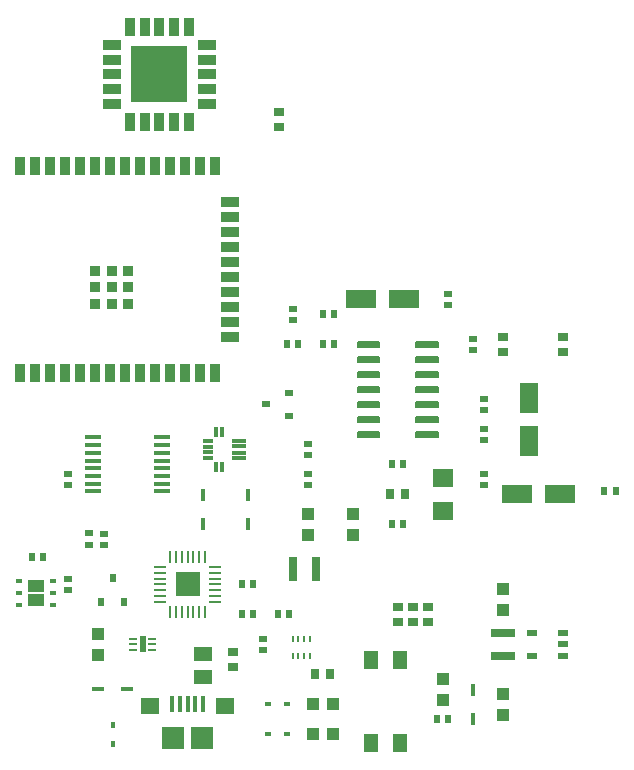
<source format=gbr>
G04 EAGLE Gerber RS-274X export*
G75*
%MOMM*%
%FSLAX34Y34*%
%LPD*%
%INSolderpaste Top*%
%IPPOS*%
%AMOC8*
5,1,8,0,0,1.08239X$1,22.5*%
G01*
%ADD10C,0.150000*%
%ADD11R,1.300000X0.400000*%
%ADD12R,0.300000X0.850000*%
%ADD13R,0.850000X0.300000*%
%ADD14R,1.473200X0.355600*%
%ADD15R,0.800000X0.600000*%
%ADD16R,0.600000X0.800000*%
%ADD17R,0.900000X1.500000*%
%ADD18R,1.500000X0.900000*%
%ADD19R,0.900000X0.900000*%
%ADD20R,1.498600X0.812800*%
%ADD21R,0.812800X1.498600*%
%ADD22R,4.800600X4.800600*%
%ADD23R,0.876300X0.508000*%
%ADD24R,0.460000X1.040000*%
%ADD25R,0.700000X0.600000*%
%ADD26R,0.600000X0.700000*%
%ADD27R,0.700000X0.900000*%
%ADD28R,0.900000X0.700000*%
%ADD29R,1.100000X1.000000*%
%ADD30R,1.000000X1.100000*%
%ADD31R,1.800000X1.600000*%
%ADD32R,2.006600X0.800000*%
%ADD33R,0.800000X2.006600*%
%ADD34R,0.406400X1.346200*%
%ADD35R,1.600200X1.397000*%
%ADD36R,1.905000X1.905000*%
%ADD37R,0.250000X0.500000*%
%ADD38R,2.055481X2.055481*%
%ADD39R,0.270000X0.990000*%
%ADD40R,0.990000X0.270000*%
%ADD41R,1.040000X0.460000*%
%ADD42R,1.500000X1.300000*%
%ADD43R,1.300000X1.500000*%
%ADD44R,0.355600X0.508000*%
%ADD45R,0.508000X0.355600*%
%ADD46R,2.600000X1.600000*%
%ADD47R,1.600000X2.600000*%
%ADD48R,0.711200X0.254000*%
%ADD49R,0.558800X1.320800*%
%ADD50R,0.600000X0.400000*%

G36*
X164205Y593076D02*
X164205Y593076D01*
X164207Y593075D01*
X164250Y593095D01*
X164294Y593113D01*
X164294Y593115D01*
X164296Y593116D01*
X164329Y593201D01*
X164329Y607203D01*
X164328Y607205D01*
X164329Y607207D01*
X164309Y607250D01*
X164291Y607294D01*
X164289Y607294D01*
X164288Y607296D01*
X164203Y607329D01*
X150201Y607329D01*
X150199Y607328D01*
X150197Y607329D01*
X150154Y607309D01*
X150110Y607291D01*
X150110Y607289D01*
X150108Y607288D01*
X150075Y607203D01*
X150075Y593201D01*
X150076Y593199D01*
X150075Y593197D01*
X150095Y593154D01*
X150113Y593110D01*
X150115Y593110D01*
X150116Y593108D01*
X150201Y593075D01*
X164203Y593075D01*
X164205Y593076D01*
G37*
G36*
X132201Y593076D02*
X132201Y593076D01*
X132203Y593075D01*
X132246Y593095D01*
X132290Y593113D01*
X132290Y593115D01*
X132292Y593116D01*
X132325Y593201D01*
X132325Y607203D01*
X132324Y607205D01*
X132325Y607207D01*
X132305Y607250D01*
X132287Y607294D01*
X132285Y607294D01*
X132284Y607296D01*
X132199Y607329D01*
X118197Y607329D01*
X118195Y607328D01*
X118193Y607329D01*
X118150Y607309D01*
X118106Y607291D01*
X118106Y607289D01*
X118104Y607288D01*
X118071Y607203D01*
X118071Y593201D01*
X118072Y593199D01*
X118071Y593197D01*
X118091Y593154D01*
X118109Y593110D01*
X118111Y593110D01*
X118112Y593108D01*
X118197Y593075D01*
X132199Y593075D01*
X132201Y593076D01*
G37*
G36*
X148203Y593076D02*
X148203Y593076D01*
X148205Y593075D01*
X148248Y593095D01*
X148292Y593113D01*
X148292Y593115D01*
X148294Y593116D01*
X148327Y593201D01*
X148327Y607203D01*
X148326Y607205D01*
X148327Y607207D01*
X148307Y607250D01*
X148289Y607294D01*
X148287Y607294D01*
X148286Y607296D01*
X148201Y607329D01*
X134199Y607329D01*
X134197Y607328D01*
X134195Y607329D01*
X134152Y607309D01*
X134108Y607291D01*
X134108Y607289D01*
X134106Y607288D01*
X134073Y607203D01*
X134073Y593201D01*
X134074Y593199D01*
X134073Y593197D01*
X134093Y593154D01*
X134111Y593110D01*
X134113Y593110D01*
X134114Y593108D01*
X134199Y593075D01*
X148201Y593075D01*
X148203Y593076D01*
G37*
G36*
X164205Y577074D02*
X164205Y577074D01*
X164207Y577073D01*
X164250Y577093D01*
X164294Y577111D01*
X164294Y577113D01*
X164296Y577114D01*
X164329Y577199D01*
X164329Y591201D01*
X164328Y591203D01*
X164329Y591205D01*
X164309Y591248D01*
X164291Y591292D01*
X164289Y591292D01*
X164288Y591294D01*
X164203Y591327D01*
X150201Y591327D01*
X150199Y591326D01*
X150197Y591327D01*
X150154Y591307D01*
X150110Y591289D01*
X150110Y591287D01*
X150108Y591286D01*
X150075Y591201D01*
X150075Y577199D01*
X150076Y577197D01*
X150075Y577195D01*
X150095Y577152D01*
X150113Y577108D01*
X150115Y577108D01*
X150116Y577106D01*
X150201Y577073D01*
X164203Y577073D01*
X164205Y577074D01*
G37*
G36*
X148203Y577074D02*
X148203Y577074D01*
X148205Y577073D01*
X148248Y577093D01*
X148292Y577111D01*
X148292Y577113D01*
X148294Y577114D01*
X148327Y577199D01*
X148327Y591201D01*
X148326Y591203D01*
X148327Y591205D01*
X148307Y591248D01*
X148289Y591292D01*
X148287Y591292D01*
X148286Y591294D01*
X148201Y591327D01*
X134199Y591327D01*
X134197Y591326D01*
X134195Y591327D01*
X134152Y591307D01*
X134108Y591289D01*
X134108Y591287D01*
X134106Y591286D01*
X134073Y591201D01*
X134073Y577199D01*
X134074Y577197D01*
X134073Y577195D01*
X134093Y577152D01*
X134111Y577108D01*
X134113Y577108D01*
X134114Y577106D01*
X134199Y577073D01*
X148201Y577073D01*
X148203Y577074D01*
G37*
G36*
X132201Y577074D02*
X132201Y577074D01*
X132203Y577073D01*
X132246Y577093D01*
X132290Y577111D01*
X132290Y577113D01*
X132292Y577114D01*
X132325Y577199D01*
X132325Y591201D01*
X132324Y591203D01*
X132325Y591205D01*
X132305Y591248D01*
X132287Y591292D01*
X132285Y591292D01*
X132284Y591294D01*
X132199Y591327D01*
X118197Y591327D01*
X118195Y591326D01*
X118193Y591327D01*
X118150Y591307D01*
X118106Y591289D01*
X118106Y591287D01*
X118104Y591286D01*
X118071Y591201D01*
X118071Y577199D01*
X118072Y577197D01*
X118071Y577195D01*
X118091Y577152D01*
X118109Y577108D01*
X118111Y577108D01*
X118112Y577106D01*
X118197Y577073D01*
X132199Y577073D01*
X132201Y577074D01*
G37*
G36*
X148203Y561072D02*
X148203Y561072D01*
X148205Y561071D01*
X148248Y561091D01*
X148292Y561109D01*
X148292Y561111D01*
X148294Y561112D01*
X148327Y561197D01*
X148327Y575199D01*
X148326Y575201D01*
X148327Y575203D01*
X148307Y575246D01*
X148289Y575290D01*
X148287Y575290D01*
X148286Y575292D01*
X148201Y575325D01*
X134199Y575325D01*
X134197Y575324D01*
X134195Y575325D01*
X134152Y575305D01*
X134108Y575287D01*
X134108Y575285D01*
X134106Y575284D01*
X134073Y575199D01*
X134073Y561197D01*
X134074Y561195D01*
X134073Y561193D01*
X134093Y561150D01*
X134111Y561106D01*
X134113Y561106D01*
X134114Y561104D01*
X134199Y561071D01*
X148201Y561071D01*
X148203Y561072D01*
G37*
G36*
X132201Y561072D02*
X132201Y561072D01*
X132203Y561071D01*
X132246Y561091D01*
X132290Y561109D01*
X132290Y561111D01*
X132292Y561112D01*
X132325Y561197D01*
X132325Y575199D01*
X132324Y575201D01*
X132325Y575203D01*
X132305Y575246D01*
X132287Y575290D01*
X132285Y575290D01*
X132284Y575292D01*
X132199Y575325D01*
X118197Y575325D01*
X118195Y575324D01*
X118193Y575325D01*
X118150Y575305D01*
X118106Y575287D01*
X118106Y575285D01*
X118104Y575284D01*
X118071Y575199D01*
X118071Y561197D01*
X118072Y561195D01*
X118071Y561193D01*
X118091Y561150D01*
X118109Y561106D01*
X118111Y561106D01*
X118112Y561104D01*
X118197Y561071D01*
X132199Y561071D01*
X132201Y561072D01*
G37*
G36*
X164205Y561072D02*
X164205Y561072D01*
X164207Y561071D01*
X164250Y561091D01*
X164294Y561109D01*
X164294Y561111D01*
X164296Y561112D01*
X164329Y561197D01*
X164329Y575199D01*
X164328Y575201D01*
X164329Y575203D01*
X164309Y575246D01*
X164291Y575290D01*
X164289Y575290D01*
X164288Y575292D01*
X164203Y575325D01*
X150201Y575325D01*
X150199Y575324D01*
X150197Y575325D01*
X150154Y575305D01*
X150110Y575287D01*
X150110Y575285D01*
X150108Y575284D01*
X150075Y575199D01*
X150075Y561197D01*
X150076Y561195D01*
X150075Y561193D01*
X150095Y561150D01*
X150113Y561106D01*
X150115Y561106D01*
X150116Y561104D01*
X150201Y561071D01*
X164203Y561071D01*
X164205Y561072D01*
G37*
G36*
X43752Y145975D02*
X43752Y145975D01*
X43754Y145974D01*
X43797Y145994D01*
X43841Y146012D01*
X43841Y146014D01*
X43843Y146015D01*
X43876Y146100D01*
X43876Y155750D01*
X43875Y155752D01*
X43876Y155754D01*
X43856Y155797D01*
X43838Y155841D01*
X43836Y155841D01*
X43835Y155843D01*
X43750Y155876D01*
X29850Y155876D01*
X29848Y155875D01*
X29846Y155876D01*
X29803Y155856D01*
X29759Y155838D01*
X29759Y155836D01*
X29757Y155835D01*
X29724Y155750D01*
X29724Y146100D01*
X29725Y146098D01*
X29724Y146096D01*
X29744Y146053D01*
X29762Y146009D01*
X29764Y146009D01*
X29765Y146007D01*
X29850Y145974D01*
X43750Y145974D01*
X43752Y145975D01*
G37*
G36*
X43752Y134325D02*
X43752Y134325D01*
X43754Y134324D01*
X43797Y134344D01*
X43841Y134362D01*
X43841Y134364D01*
X43843Y134365D01*
X43876Y134450D01*
X43876Y144100D01*
X43875Y144102D01*
X43876Y144104D01*
X43856Y144147D01*
X43838Y144191D01*
X43836Y144192D01*
X43835Y144193D01*
X43750Y144226D01*
X29850Y144226D01*
X29848Y144225D01*
X29846Y144226D01*
X29803Y144206D01*
X29759Y144188D01*
X29759Y144186D01*
X29757Y144185D01*
X29724Y144100D01*
X29724Y134450D01*
X29725Y134448D01*
X29724Y134446D01*
X29744Y134403D01*
X29762Y134359D01*
X29764Y134359D01*
X29765Y134357D01*
X29850Y134324D01*
X43750Y134324D01*
X43752Y134325D01*
G37*
D10*
X358550Y281650D02*
X376750Y281650D01*
X376750Y277150D01*
X358550Y277150D01*
X358550Y281650D01*
X358550Y278575D02*
X376750Y278575D01*
X376750Y280000D02*
X358550Y280000D01*
X358550Y281425D02*
X376750Y281425D01*
X376750Y294350D02*
X358550Y294350D01*
X376750Y294350D02*
X376750Y289850D01*
X358550Y289850D01*
X358550Y294350D01*
X358550Y291275D02*
X376750Y291275D01*
X376750Y292700D02*
X358550Y292700D01*
X358550Y294125D02*
X376750Y294125D01*
X376750Y307050D02*
X358550Y307050D01*
X376750Y307050D02*
X376750Y302550D01*
X358550Y302550D01*
X358550Y307050D01*
X358550Y303975D02*
X376750Y303975D01*
X376750Y305400D02*
X358550Y305400D01*
X358550Y306825D02*
X376750Y306825D01*
X376750Y319750D02*
X358550Y319750D01*
X376750Y319750D02*
X376750Y315250D01*
X358550Y315250D01*
X358550Y319750D01*
X358550Y316675D02*
X376750Y316675D01*
X376750Y318100D02*
X358550Y318100D01*
X358550Y319525D02*
X376750Y319525D01*
X376750Y332450D02*
X358550Y332450D01*
X376750Y332450D02*
X376750Y327950D01*
X358550Y327950D01*
X358550Y332450D01*
X358550Y329375D02*
X376750Y329375D01*
X376750Y330800D02*
X358550Y330800D01*
X358550Y332225D02*
X376750Y332225D01*
X376750Y345150D02*
X358550Y345150D01*
X376750Y345150D02*
X376750Y340650D01*
X358550Y340650D01*
X358550Y345150D01*
X358550Y342075D02*
X376750Y342075D01*
X376750Y343500D02*
X358550Y343500D01*
X358550Y344925D02*
X376750Y344925D01*
X376750Y357850D02*
X358550Y357850D01*
X376750Y357850D02*
X376750Y353350D01*
X358550Y353350D01*
X358550Y357850D01*
X358550Y354775D02*
X376750Y354775D01*
X376750Y356200D02*
X358550Y356200D01*
X358550Y357625D02*
X376750Y357625D01*
X327250Y357850D02*
X309050Y357850D01*
X327250Y357850D02*
X327250Y353350D01*
X309050Y353350D01*
X309050Y357850D01*
X309050Y354775D02*
X327250Y354775D01*
X327250Y356200D02*
X309050Y356200D01*
X309050Y357625D02*
X327250Y357625D01*
X327250Y345150D02*
X309050Y345150D01*
X327250Y345150D02*
X327250Y340650D01*
X309050Y340650D01*
X309050Y345150D01*
X309050Y342075D02*
X327250Y342075D01*
X327250Y343500D02*
X309050Y343500D01*
X309050Y344925D02*
X327250Y344925D01*
X327250Y332450D02*
X309050Y332450D01*
X327250Y332450D02*
X327250Y327950D01*
X309050Y327950D01*
X309050Y332450D01*
X309050Y329375D02*
X327250Y329375D01*
X327250Y330800D02*
X309050Y330800D01*
X309050Y332225D02*
X327250Y332225D01*
X327250Y319750D02*
X309050Y319750D01*
X327250Y319750D02*
X327250Y315250D01*
X309050Y315250D01*
X309050Y319750D01*
X309050Y316675D02*
X327250Y316675D01*
X327250Y318100D02*
X309050Y318100D01*
X309050Y319525D02*
X327250Y319525D01*
X327250Y307050D02*
X309050Y307050D01*
X327250Y307050D02*
X327250Y302550D01*
X309050Y302550D01*
X309050Y307050D01*
X309050Y303975D02*
X327250Y303975D01*
X327250Y305400D02*
X309050Y305400D01*
X309050Y306825D02*
X327250Y306825D01*
X327250Y294350D02*
X309050Y294350D01*
X327250Y294350D02*
X327250Y289850D01*
X309050Y289850D01*
X309050Y294350D01*
X309050Y291275D02*
X327250Y291275D01*
X327250Y292700D02*
X309050Y292700D01*
X309050Y294125D02*
X327250Y294125D01*
X327250Y281650D02*
X309050Y281650D01*
X327250Y281650D02*
X327250Y277150D01*
X309050Y277150D01*
X309050Y281650D01*
X309050Y278575D02*
X327250Y278575D01*
X327250Y280000D02*
X309050Y280000D01*
X309050Y281425D02*
X327250Y281425D01*
D11*
X209000Y259700D03*
X209000Y269700D03*
D12*
X194000Y281200D03*
X189000Y281200D03*
D13*
X182000Y274200D03*
X182000Y269200D03*
X182000Y264200D03*
X182000Y259200D03*
D12*
X189000Y252200D03*
X194000Y252200D03*
D11*
X209000Y263700D03*
X209000Y273700D03*
D14*
X85090Y276860D03*
X85090Y270256D03*
X85090Y263652D03*
X85090Y257302D03*
X85090Y250698D03*
X85090Y244348D03*
X85090Y237744D03*
X85090Y231140D03*
X143510Y231140D03*
X143510Y237744D03*
X143510Y244348D03*
X143510Y250698D03*
X143510Y257302D03*
X143510Y263652D03*
X143510Y270256D03*
X143510Y276860D03*
D15*
X231200Y304800D03*
X251400Y295300D03*
X251400Y314300D03*
D16*
X101600Y157500D03*
X92100Y137300D03*
X111100Y137300D03*
D17*
X23600Y331600D03*
X36300Y331600D03*
X49000Y331600D03*
X61700Y331600D03*
X74400Y331600D03*
X87100Y331600D03*
X99800Y331600D03*
X112500Y331600D03*
X125200Y331600D03*
X137900Y331600D03*
X150600Y331600D03*
X163300Y331600D03*
X176000Y331600D03*
X188700Y331600D03*
D18*
X201200Y361950D03*
X201200Y374650D03*
X201200Y387350D03*
X201200Y400050D03*
X201200Y412750D03*
X201200Y425450D03*
X201200Y438150D03*
X201200Y450850D03*
X201200Y463550D03*
X201200Y476250D03*
D17*
X188700Y506600D03*
X176000Y506600D03*
X163300Y506600D03*
X150600Y506600D03*
X137900Y506600D03*
X125200Y506600D03*
X112500Y506600D03*
X99800Y506600D03*
X87100Y506600D03*
X74400Y506600D03*
X61700Y506600D03*
X49000Y506600D03*
X36300Y506600D03*
X23600Y506600D03*
D19*
X86800Y390100D03*
X86800Y404100D03*
X86800Y418100D03*
X100800Y390100D03*
X100800Y404100D03*
X100800Y418100D03*
X114800Y390100D03*
X114800Y404100D03*
X114800Y418100D03*
D20*
X101200Y609200D03*
X101200Y596700D03*
X101200Y584200D03*
X101200Y571700D03*
X101200Y559200D03*
D21*
X116200Y544200D03*
X128700Y544200D03*
X141200Y544200D03*
X153700Y544200D03*
X166200Y544200D03*
D20*
X181200Y559200D03*
X181200Y571700D03*
X181200Y584200D03*
X181200Y596700D03*
X181200Y609200D03*
D21*
X166200Y624200D03*
X153700Y624200D03*
X141200Y624200D03*
X128700Y624200D03*
X116200Y624200D03*
D22*
X141200Y584200D03*
D23*
X483045Y92100D03*
X483045Y101600D03*
X483045Y111100D03*
X456756Y111100D03*
X456756Y92100D03*
D24*
X406400Y62700D03*
X406400Y38900D03*
X215900Y227800D03*
X215900Y204000D03*
X177800Y227800D03*
X177800Y204000D03*
D25*
X266700Y261700D03*
X266700Y271700D03*
X266700Y246300D03*
X266700Y236300D03*
X94300Y185500D03*
X94300Y195500D03*
X81400Y195900D03*
X81400Y185900D03*
D26*
X376000Y38100D03*
X386000Y38100D03*
D25*
X416400Y299800D03*
X416400Y309800D03*
X416400Y274400D03*
X416400Y284400D03*
D26*
X527500Y231300D03*
X517500Y231300D03*
D25*
X386000Y398700D03*
X386000Y388700D03*
X406400Y350600D03*
X406400Y360600D03*
D26*
X347900Y203200D03*
X337900Y203200D03*
X337900Y254000D03*
X347900Y254000D03*
D25*
X416400Y236300D03*
X416400Y246300D03*
X63500Y236300D03*
X63500Y246300D03*
D26*
X33100Y175260D03*
X43100Y175260D03*
D25*
X63500Y157400D03*
X63500Y147400D03*
D27*
X336400Y228600D03*
X349400Y228600D03*
D28*
X431800Y349100D03*
X431800Y362100D03*
X482600Y362100D03*
X482600Y349100D03*
X342900Y120500D03*
X342900Y133500D03*
X355600Y120500D03*
X355600Y133500D03*
X242800Y539600D03*
X242800Y552600D03*
D27*
X272900Y76200D03*
X285900Y76200D03*
D29*
X287900Y25400D03*
X270900Y25400D03*
D30*
X381000Y72000D03*
X381000Y55000D03*
D29*
X287900Y50800D03*
X270900Y50800D03*
D30*
X431800Y42300D03*
X431800Y59300D03*
X431800Y148200D03*
X431800Y131200D03*
X304800Y194700D03*
X304800Y211700D03*
D31*
X381000Y242600D03*
X381000Y214600D03*
D32*
X431800Y111600D03*
X431800Y91600D03*
D33*
X274000Y165100D03*
X254000Y165100D03*
D30*
X88900Y110100D03*
X88900Y93100D03*
X266700Y194700D03*
X266700Y211700D03*
D34*
X152100Y51471D03*
X158600Y51471D03*
X165100Y51471D03*
X171600Y51471D03*
X178100Y51471D03*
D35*
X133100Y49221D03*
X197100Y49221D03*
D36*
X153100Y22721D03*
X177100Y22721D03*
D37*
X254000Y91600D03*
X259000Y91600D03*
X264000Y91600D03*
X269000Y91600D03*
X254000Y106600D03*
X259000Y106600D03*
X264000Y106600D03*
X269000Y106600D03*
D38*
X165100Y152400D03*
D39*
X150100Y128800D03*
X155100Y128800D03*
X160100Y128800D03*
X165100Y128800D03*
X170100Y128800D03*
X175100Y128800D03*
X180100Y128800D03*
D40*
X188700Y137400D03*
X188700Y142400D03*
X188700Y147400D03*
X188700Y152400D03*
X188700Y157400D03*
X188700Y162400D03*
X188700Y167400D03*
D39*
X180100Y176000D03*
X175100Y176000D03*
X170100Y176000D03*
X165100Y176000D03*
X160100Y176000D03*
X155100Y176000D03*
X150100Y176000D03*
D40*
X141500Y167400D03*
X141500Y162400D03*
X141500Y157400D03*
X141500Y152400D03*
X141500Y147400D03*
X141500Y142400D03*
X141500Y137400D03*
D41*
X89700Y63500D03*
X113500Y63500D03*
D26*
X220900Y127000D03*
X210900Y127000D03*
X241300Y127000D03*
X251300Y127000D03*
D25*
X228600Y106600D03*
X228600Y96600D03*
D42*
X177800Y74400D03*
X177800Y93400D03*
D28*
X203200Y82400D03*
X203200Y95400D03*
X368300Y120500D03*
X368300Y133500D03*
D43*
X320280Y88340D03*
X320280Y18340D03*
X345280Y18340D03*
X345280Y88340D03*
D26*
X259000Y355600D03*
X249000Y355600D03*
X289400Y355600D03*
X279400Y355600D03*
X279400Y381000D03*
X289400Y381000D03*
D25*
X254000Y386000D03*
X254000Y376000D03*
D44*
X101600Y33401D03*
X101600Y17399D03*
D45*
X233299Y25400D03*
X249301Y25400D03*
X233299Y50800D03*
X249301Y50800D03*
D26*
X210900Y152400D03*
X220900Y152400D03*
D46*
X312200Y393700D03*
X348200Y393700D03*
X444200Y228600D03*
X480200Y228600D03*
D47*
X454500Y274100D03*
X454500Y310100D03*
D48*
X119253Y106600D03*
X119253Y101600D03*
X119253Y96600D03*
X134747Y96600D03*
X134747Y101600D03*
X134747Y106600D03*
D49*
X127000Y101600D03*
D50*
X22800Y155100D03*
X22800Y145100D03*
X22800Y135100D03*
X50800Y135100D03*
X50800Y145100D03*
X50800Y155100D03*
M02*

</source>
